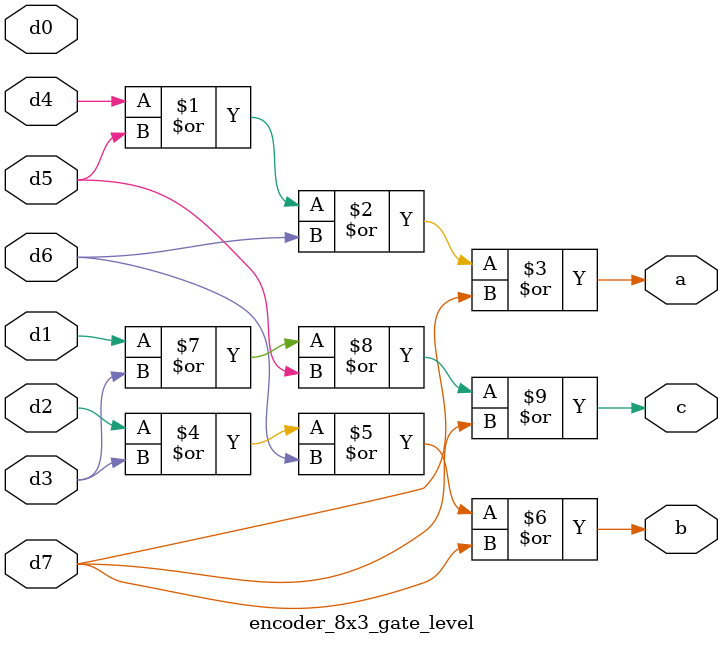
<source format=v>
`timescale 10ns/10ps

module encoder_8x3_gate_level (d0,d1,d2,d3,d4,d5,d6,d7,a,b,c);

input d0,d1,d2,d3,d4,d5,d6,d7;
output a,b,c;

or(a,d4,d5,d6,d7);
or(b,d2,d3,d6,d7);
or(c,d1,d3,d5,d7);

endmodule

</source>
